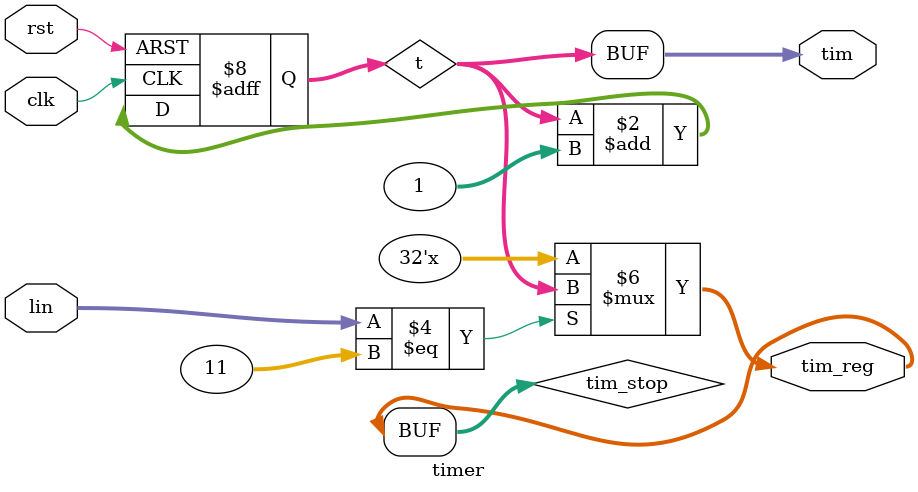
<source format=v>
module timer(
    input clk,
    input rst,
    input [31:0] lin,
    output [31:0] tim_reg,
    output [31:0] tim
    );
    
    reg[31:0] t;
    assign tim=t;//实时时间
    reg[31:0] tim_stop=0;

    always@(posedge clk,posedge rst)
        begin
            if(rst)
                t<=0;
            else
                t<=t+1;
        end
    //计数加一，表示时间在计时
    assign tim_reg=tim_stop;//截至总时间

    always @(t,lin)
        begin
            if(lin==11)
                tim_stop<=t;//lin==12?
        end
endmodule

</source>
